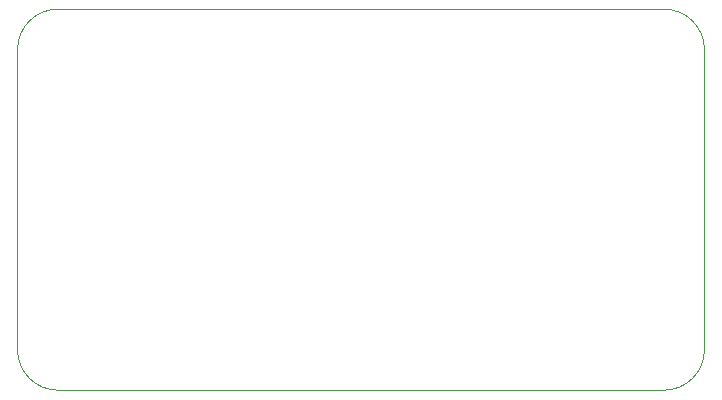
<source format=gm1>
G04 #@! TF.GenerationSoftware,KiCad,Pcbnew,(5.1.6-0-10_14)*
G04 #@! TF.CreationDate,2021-10-17T11:27:40-07:00*
G04 #@! TF.ProjectId,TimTime,54696d54-696d-4652-9e6b-696361645f70,rev?*
G04 #@! TF.SameCoordinates,Original*
G04 #@! TF.FileFunction,Profile,NP*
%FSLAX46Y46*%
G04 Gerber Fmt 4.6, Leading zero omitted, Abs format (unit mm)*
G04 Created by KiCad (PCBNEW (5.1.6-0-10_14)) date 2021-10-17 11:27:40*
%MOMM*%
%LPD*%
G01*
G04 APERTURE LIST*
G04 #@! TA.AperFunction,Profile*
%ADD10C,0.050000*%
G04 #@! TD*
G04 APERTURE END LIST*
D10*
X113792000Y-89154000D02*
X165100000Y-89154000D01*
X110363000Y-117983000D02*
X110363000Y-92583000D01*
X165100000Y-121412000D02*
X113792000Y-121412000D01*
X168529000Y-92583000D02*
X168529000Y-117983000D01*
X165100000Y-89154000D02*
G75*
G02*
X168529000Y-92583000I0J-3429000D01*
G01*
X110363000Y-92583000D02*
G75*
G02*
X113792000Y-89154000I3429000J0D01*
G01*
X113792000Y-121412000D02*
G75*
G02*
X110363000Y-117983000I0J3429000D01*
G01*
X168529000Y-117983000D02*
G75*
G02*
X165100000Y-121412000I-3429000J0D01*
G01*
M02*

</source>
